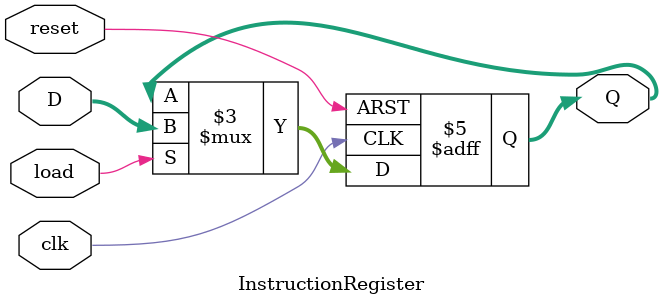
<source format=v>
`timescale 1ns / 1ps
/***************************************************************************
*
* Author: 	TrieuVy Le
* Filename: LoadReg 
* Date: 	Feb. 26, 2019
* Version:	1
*
* Notes:    The register allows data in to output only if load is enabled. 
* Otherwise data out is held at its previous value. Reset will zeros the array. 
*
***************************************************************************/
module InstructionRegister(clk, reset, load, D, Q);
	
	/**********************************************************************
	* Initilize input, output, and register used within the module.
	* Registers are to use non-blocking assignment. 
	* Always block to cycle the loop at positive edge of the clock. 
	* Continuous assignment to output the enabled data. 
	**********************************************************************/
	input 	      clk, reset, load;
	input [31:0]  D;
	
	output reg [31:0] Q;
	
	
	always @(posedge clk or posedge reset) begin
		if      (reset)  Q <= 32'h0;
		else if 	  (load)   Q <= D;
		else 		        Q <= Q;
	end
	
	// Continuous assignment
	
endmodule

</source>
